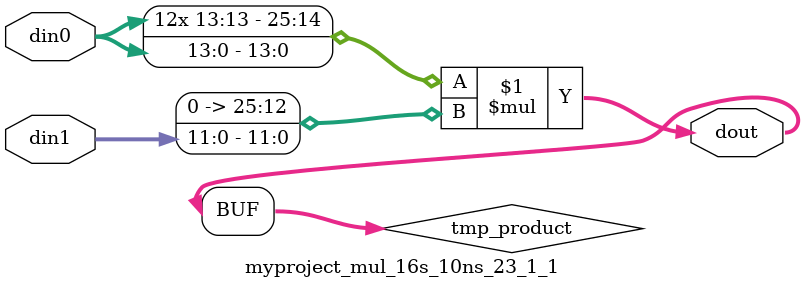
<source format=v>

`timescale 1 ns / 1 ps

  module myproject_mul_16s_10ns_23_1_1(din0, din1, dout);
parameter ID = 1;
parameter NUM_STAGE = 0;
parameter din0_WIDTH = 14;
parameter din1_WIDTH = 12;
parameter dout_WIDTH = 26;

input [din0_WIDTH - 1 : 0] din0; 
input [din1_WIDTH - 1 : 0] din1; 
output [dout_WIDTH - 1 : 0] dout;

wire signed [dout_WIDTH - 1 : 0] tmp_product;












assign tmp_product = $signed(din0) * $signed({1'b0, din1});









assign dout = tmp_product;







endmodule

</source>
